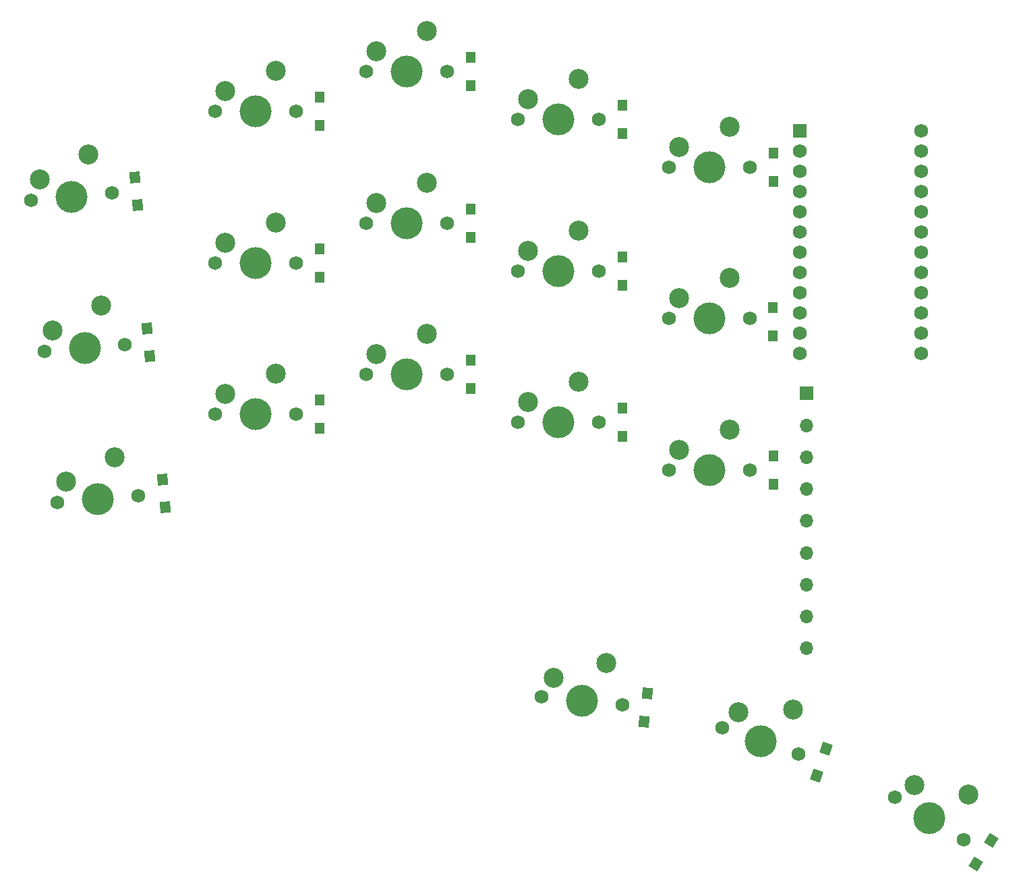
<source format=gbs>
G04 #@! TF.GenerationSoftware,KiCad,Pcbnew,7.0.7*
G04 #@! TF.CreationDate,2023-11-26T11:13:30-07:00*
G04 #@! TF.ProjectId,TypeStationX,54797065-5374-4617-9469-6f6e582e6b69,rev?*
G04 #@! TF.SameCoordinates,Original*
G04 #@! TF.FileFunction,Soldermask,Bot*
G04 #@! TF.FilePolarity,Negative*
%FSLAX46Y46*%
G04 Gerber Fmt 4.6, Leading zero omitted, Abs format (unit mm)*
G04 Created by KiCad (PCBNEW 7.0.7) date 2023-11-26 11:13:30*
%MOMM*%
%LPD*%
G01*
G04 APERTURE LIST*
G04 Aperture macros list*
%AMRotRect*
0 Rectangle, with rotation*
0 The origin of the aperture is its center*
0 $1 length*
0 $2 width*
0 $3 Rotation angle, in degrees counterclockwise*
0 Add horizontal line*
21,1,$1,$2,0,0,$3*%
G04 Aperture macros list end*
%ADD10C,1.750000*%
%ADD11C,4.000000*%
%ADD12C,2.500000*%
%ADD13R,1.700000X1.700000*%
%ADD14O,1.700000X1.700000*%
%ADD15R,1.752600X1.752600*%
%ADD16C,1.752600*%
%ADD17R,1.300000X1.400000*%
%ADD18RotRect,1.400000X1.300000X275.000000*%
%ADD19RotRect,1.400000X1.300000X264.000000*%
%ADD20RotRect,1.400000X1.300000X251.000000*%
%ADD21RotRect,1.400000X1.300000X238.000000*%
G04 APERTURE END LIST*
D10*
X56767381Y-70603631D03*
D11*
X61847381Y-70603631D03*
D10*
X66927381Y-70603631D03*
D12*
X58037381Y-68063631D03*
X64387381Y-65523631D03*
D10*
X75767381Y-76603631D03*
D11*
X80847381Y-76603631D03*
D10*
X85927381Y-76603631D03*
D12*
X77037381Y-74063631D03*
X83387381Y-71523631D03*
D10*
X16350501Y-86717930D03*
D11*
X21411170Y-86275179D03*
D10*
X26471839Y-85832428D03*
D12*
X17394293Y-84076908D03*
X23498753Y-80993134D03*
D10*
X37767381Y-75603631D03*
D11*
X42847381Y-75603631D03*
D10*
X47927381Y-75603631D03*
D12*
X39037381Y-73063631D03*
X45387381Y-70523631D03*
D10*
X37767381Y-94603631D03*
D11*
X42847381Y-94603631D03*
D10*
X47927381Y-94603631D03*
D12*
X39037381Y-92063631D03*
X45387381Y-89523631D03*
D10*
X14713224Y-67748165D03*
D11*
X19773893Y-67305414D03*
D10*
X24834562Y-66862663D03*
D12*
X15757016Y-65107143D03*
X21861476Y-62023369D03*
D10*
X56767381Y-51603631D03*
D11*
X61847381Y-51603631D03*
D10*
X66927381Y-51603631D03*
D12*
X58037381Y-49063631D03*
X64387381Y-46523631D03*
D10*
X78790157Y-130061034D03*
D11*
X83842328Y-130592039D03*
D10*
X88894499Y-131123044D03*
D12*
X80318702Y-127667700D03*
X86899418Y-125805370D03*
D10*
X75767381Y-57603631D03*
D11*
X80847381Y-57603631D03*
D10*
X85927381Y-57603631D03*
D12*
X77037381Y-55063631D03*
X83387381Y-52523631D03*
D10*
X123167892Y-142643050D03*
D11*
X127475976Y-145335040D03*
D10*
X131784060Y-148027030D03*
D12*
X125590908Y-141162005D03*
X132322008Y-142372951D03*
D10*
X37767381Y-56603631D03*
D11*
X42847381Y-56603631D03*
D10*
X47927381Y-56603631D03*
D12*
X39037381Y-54063631D03*
X45387381Y-51523631D03*
D10*
X101457718Y-133987299D03*
D11*
X106260952Y-135641185D03*
D10*
X111064186Y-137295071D03*
D12*
X103485469Y-131999153D03*
X110316455Y-131664894D03*
D13*
X112000000Y-92000000D03*
D14*
X112000000Y-96000000D03*
X112000000Y-100000000D03*
X112000000Y-104000000D03*
X112000000Y-108000000D03*
X112000000Y-112000000D03*
X112000000Y-116000000D03*
X112000000Y-120000000D03*
X112000000Y-124000000D03*
D10*
X17999132Y-105706470D03*
D11*
X23059801Y-105263719D03*
D10*
X28120470Y-104820968D03*
D12*
X19042924Y-103065448D03*
X25147384Y-99981674D03*
D10*
X94767381Y-82603631D03*
D11*
X99847381Y-82603631D03*
D10*
X104927381Y-82603631D03*
D12*
X96037381Y-80063631D03*
X102387381Y-77523631D03*
D10*
X94767381Y-63603631D03*
D11*
X99847381Y-63603631D03*
D10*
X104927381Y-63603631D03*
D12*
X96037381Y-61063631D03*
X102387381Y-58523631D03*
D10*
X75767381Y-95603631D03*
D11*
X80847381Y-95603631D03*
D10*
X85927381Y-95603631D03*
D12*
X77037381Y-93063631D03*
X83387381Y-90523631D03*
D10*
X56767381Y-89603631D03*
D11*
X61847381Y-89603631D03*
D10*
X66927381Y-89603631D03*
D12*
X58037381Y-87063631D03*
X64387381Y-84523631D03*
D10*
X94767381Y-101603631D03*
D11*
X99847381Y-101603631D03*
D10*
X104927381Y-101603631D03*
D12*
X96037381Y-99063631D03*
X102387381Y-96523631D03*
D15*
X111180000Y-59030000D03*
D16*
X111180000Y-61570000D03*
X111180000Y-64110000D03*
X111180000Y-66650000D03*
X111180000Y-69190000D03*
X111180000Y-71730000D03*
X111180000Y-74270000D03*
X111180000Y-76810000D03*
X111180000Y-79350000D03*
X111180000Y-81890000D03*
X111180000Y-84430000D03*
X111180000Y-86970000D03*
X126420000Y-86970000D03*
X126420000Y-84430000D03*
X126420000Y-81890000D03*
X126420000Y-79350000D03*
X126420000Y-76810000D03*
X126420000Y-74270000D03*
X126420000Y-71730000D03*
X126420000Y-69190000D03*
X126420000Y-66650000D03*
X126420000Y-64110000D03*
X126420000Y-61570000D03*
X126420000Y-59030000D03*
D17*
X88900000Y-97378631D03*
X88900000Y-93828631D03*
X88900000Y-59378631D03*
X88900000Y-55828631D03*
D18*
X29537658Y-87345984D03*
X29228256Y-83809492D03*
D19*
X91668111Y-133199339D03*
X92039187Y-129668787D03*
D17*
X50900000Y-77378631D03*
X50900000Y-73828631D03*
X69900000Y-91378631D03*
X69900000Y-87828631D03*
D18*
X28054701Y-68368246D03*
X27745299Y-64831754D03*
D20*
X113333093Y-139953595D03*
X114488859Y-136597005D03*
D17*
X107823227Y-84774079D03*
X107823227Y-81224079D03*
X107900000Y-65375000D03*
X107900000Y-61825000D03*
X107900000Y-103378631D03*
X107900000Y-99828631D03*
X50900000Y-96375000D03*
X50900000Y-92825000D03*
X69900000Y-72378631D03*
X69900000Y-68828631D03*
X50900000Y-58375000D03*
X50900000Y-54825000D03*
X88900000Y-78378631D03*
X88900000Y-74828631D03*
D21*
X133319754Y-151079679D03*
X135200968Y-148069109D03*
D18*
X31533994Y-106304104D03*
X31224592Y-102767612D03*
D17*
X69900000Y-53378631D03*
X69900000Y-49828631D03*
M02*

</source>
